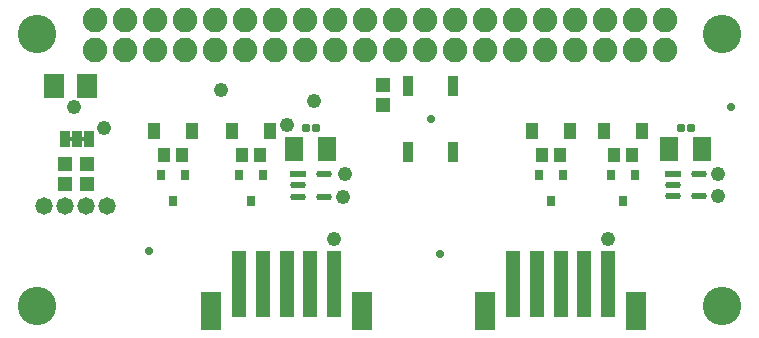
<source format=gts>
G04*
G04 #@! TF.GenerationSoftware,Altium Limited,Altium Designer,23.3.1 (30)*
G04*
G04 Layer_Color=8388736*
%FSLAX26Y26*%
%MOIN*%
G70*
G04*
G04 #@! TF.SameCoordinates,CCAFB082-66E9-4EF7-9244-D7FC5D9F632E*
G04*
G04*
G04 #@! TF.FilePolarity,Negative*
G04*
G01*
G75*
G04:AMPARAMS|DCode=20|XSize=52.688mil|YSize=22.754mil|CornerRadius=11.377mil|HoleSize=0mil|Usage=FLASHONLY|Rotation=0.000|XOffset=0mil|YOffset=0mil|HoleType=Round|Shape=RoundedRectangle|*
%AMROUNDEDRECTD20*
21,1,0.052688,0.000000,0,0,0.0*
21,1,0.029934,0.022754,0,0,0.0*
1,1,0.022754,0.014967,0.000000*
1,1,0.022754,-0.014967,0.000000*
1,1,0.022754,-0.014967,0.000000*
1,1,0.022754,0.014967,0.000000*
%
%ADD20ROUNDEDRECTD20*%
%ADD21R,0.052688X0.022754*%
%ADD26R,0.031496X0.035433*%
%ADD30R,0.047370X0.224535*%
%ADD31R,0.070992X0.126110*%
%ADD32R,0.059181X0.078866*%
G04:AMPARAMS|DCode=33|XSize=29.654mil|YSize=27.685mil|CornerRadius=6.461mil|HoleSize=0mil|Usage=FLASHONLY|Rotation=90.000|XOffset=0mil|YOffset=0mil|HoleType=Round|Shape=RoundedRectangle|*
%AMROUNDEDRECTD33*
21,1,0.029654,0.014764,0,0,90.0*
21,1,0.016732,0.027685,0,0,90.0*
1,1,0.012921,0.007382,0.008366*
1,1,0.012921,0.007382,-0.008366*
1,1,0.012921,-0.007382,-0.008366*
1,1,0.012921,-0.007382,0.008366*
%
%ADD33ROUNDEDRECTD33*%
%ADD34R,0.038000X0.068000*%
%ADD35R,0.043827X0.056032*%
%ADD36R,0.070990X0.078870*%
%ADD37R,0.039496X0.047370*%
%ADD38R,0.047370X0.051310*%
%ADD39R,0.033000X0.058000*%
%ADD40C,0.128000*%
%ADD41C,0.082000*%
%ADD42C,0.028000*%
%ADD43C,0.058000*%
%ADD44C,0.048000*%
G36*
X300000Y687500D02*
X240000D01*
Y702500D01*
X300000D01*
Y687500D01*
D02*
G37*
D20*
X1093946Y577402D02*
D03*
Y502598D02*
D03*
X1006054D02*
D03*
Y540000D02*
D03*
X2343946Y578268D02*
D03*
Y503464D02*
D03*
X2256054D02*
D03*
Y540866D02*
D03*
D21*
X1006054Y577402D02*
D03*
X2256054Y578268D02*
D03*
D26*
X850000Y486692D02*
D03*
X810630Y573308D02*
D03*
X889370D02*
D03*
X2090000Y486692D02*
D03*
X2050630Y573308D02*
D03*
X2129370D02*
D03*
X590000Y486692D02*
D03*
X550630Y573308D02*
D03*
X629370D02*
D03*
X1850000Y486692D02*
D03*
X1810630Y573308D02*
D03*
X1889370D02*
D03*
D30*
X811260Y210000D02*
D03*
X890000D02*
D03*
X1047480D02*
D03*
X1126220D02*
D03*
X968740D02*
D03*
X1725040D02*
D03*
X1803780D02*
D03*
X1961260D02*
D03*
X2040000D02*
D03*
X1882520D02*
D03*
D31*
X1220708Y121418D02*
D03*
X716772D02*
D03*
X2134488D02*
D03*
X1630552D02*
D03*
D32*
X994882Y660000D02*
D03*
X1105118D02*
D03*
X2244882D02*
D03*
X2355118D02*
D03*
D33*
X1067716Y730000D02*
D03*
X1032284D02*
D03*
X2317716D02*
D03*
X2282284D02*
D03*
D34*
X1525000Y870000D02*
D03*
Y650000D02*
D03*
X1375000Y870000D02*
D03*
Y650000D02*
D03*
D35*
X525630Y720000D02*
D03*
X654370D02*
D03*
X785630D02*
D03*
X914370D02*
D03*
X1785630D02*
D03*
X1914370D02*
D03*
X2025630D02*
D03*
X2154370D02*
D03*
D36*
X194880Y870000D02*
D03*
X305120D02*
D03*
D37*
X879528Y640000D02*
D03*
X820472D02*
D03*
X2119528D02*
D03*
X2060472D02*
D03*
X619528D02*
D03*
X560472D02*
D03*
X1879528D02*
D03*
X1820472D02*
D03*
D38*
X1290000Y806540D02*
D03*
Y873460D02*
D03*
X303770Y612490D02*
D03*
Y545570D02*
D03*
X230510Y610490D02*
D03*
Y543570D02*
D03*
D39*
X230000Y695000D02*
D03*
X270000D02*
D03*
X310000D02*
D03*
D40*
X2421260Y1043310D02*
D03*
X137800D02*
D03*
X2421260Y137800D02*
D03*
X137800D02*
D03*
D41*
X2229530Y1092130D02*
D03*
Y992130D02*
D03*
X2129530Y1092130D02*
D03*
Y992130D02*
D03*
X2029530Y1092130D02*
D03*
Y992130D02*
D03*
X1929530Y1092130D02*
D03*
Y992130D02*
D03*
X1829530Y1092130D02*
D03*
Y992130D02*
D03*
X1729530Y1092130D02*
D03*
Y992130D02*
D03*
X1629530Y1092130D02*
D03*
Y992130D02*
D03*
X329530Y1092130D02*
D03*
X429530D02*
D03*
X529530D02*
D03*
X629530D02*
D03*
X729530D02*
D03*
X829530D02*
D03*
X929530D02*
D03*
X1029530D02*
D03*
X1129530D02*
D03*
X1229530D02*
D03*
X1329530D02*
D03*
X1429530D02*
D03*
X1529530D02*
D03*
Y992130D02*
D03*
X1429530D02*
D03*
X1329530D02*
D03*
X1229530D02*
D03*
X1129530D02*
D03*
X1029530D02*
D03*
X929530D02*
D03*
X829530D02*
D03*
X729530D02*
D03*
X629530D02*
D03*
X529530D02*
D03*
X429530D02*
D03*
X329530D02*
D03*
D42*
X2450000Y800000D02*
D03*
X1450000Y760000D02*
D03*
X510000Y320000D02*
D03*
X1480000Y310000D02*
D03*
D43*
X370000Y470000D02*
D03*
X160000D02*
D03*
X300000D02*
D03*
X230000D02*
D03*
D44*
X2408268Y578268D02*
D03*
X2406536Y503464D02*
D03*
X1162598Y577402D02*
D03*
X1157402Y502598D02*
D03*
X1060000Y820000D02*
D03*
X970000Y740000D02*
D03*
X360000Y730000D02*
D03*
X260000Y800000D02*
D03*
X750000Y859000D02*
D03*
X2040000Y363000D02*
D03*
X1126220D02*
D03*
M02*

</source>
